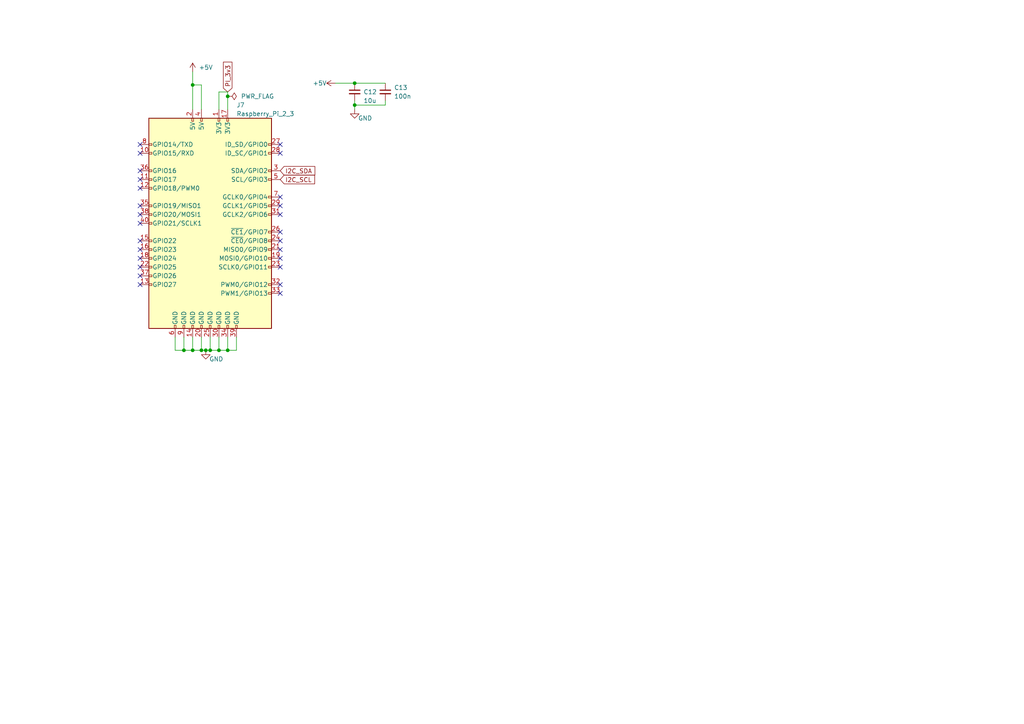
<source format=kicad_sch>
(kicad_sch (version 20211123) (generator eeschema)
  (paper "A4")
  (lib_symbols
    (symbol "Connector:Raspberry_Pi_2_3" (pin_names (offset 1.016))
      (property "Reference" "J" (at -17.78 31.75 0))
      (property "Value" "Raspberry_Pi_2_3" (at 10.16 -31.75 0))
      (symbol "Raspberry_Pi_2_3_0_1"
        (rectangle (start -17.78 30.48) (end 17.78 -30.48) (stroke (width 0.254)) (fill (type background)))
      )
      (symbol "Raspberry_Pi_2_3_1_1"
        (rectangle (start -16.891 -17.526) (end -17.78 -18.034))
        (rectangle (start -16.891 -14.986) (end -17.78 -15.494))
        (rectangle (start -16.891 -12.446) (end -17.78 -12.954))
        (rectangle (start -16.891 -9.906) (end -17.78 -10.414))
        (rectangle (start -16.891 -7.366) (end -17.78 -7.874))
        (rectangle (start -16.891 -4.826) (end -17.78 -5.334))
        (rectangle (start -16.891 0.254) (end -17.78 -0.254))
        (rectangle (start -16.891 2.794) (end -17.78 2.286))
        (rectangle (start -16.891 5.334) (end -17.78 4.826))
        (rectangle (start -16.891 10.414) (end -17.78 9.906))
        (rectangle (start -16.891 12.954) (end -17.78 12.446))
        (rectangle (start -16.891 15.494) (end -17.78 14.986))
        (rectangle (start -16.891 20.574) (end -17.78 20.066))
        (rectangle (start -16.891 23.114) (end -17.78 22.606))
        (rectangle (start -10.414 -29.591) (end -9.906 -30.48))
        (rectangle (start -7.874 -29.591) (end -7.366 -30.48))
        (rectangle (start -5.334 -29.591) (end -4.826 -30.48))
        (rectangle (start -5.334 30.48) (end -4.826 29.591))
        (rectangle (start -2.794 -29.591) (end -2.286 -30.48))
        (rectangle (start -2.794 30.48) (end -2.286 29.591))
        (rectangle (start -0.254 -29.591) (end 0.254 -30.48))
        (rectangle (start 2.286 -29.591) (end 2.794 -30.48))
        (rectangle (start 2.286 30.48) (end 2.794 29.591))
        (rectangle (start 4.826 -29.591) (end 5.334 -30.48))
        (rectangle (start 4.826 30.48) (end 5.334 29.591))
        (rectangle (start 7.366 -29.591) (end 7.874 -30.48))
        (rectangle (start 17.78 -20.066) (end 16.891 -20.574))
        (rectangle (start 17.78 -17.526) (end 16.891 -18.034))
        (rectangle (start 17.78 -12.446) (end 16.891 -12.954))
        (rectangle (start 17.78 -9.906) (end 16.891 -10.414))
        (rectangle (start 17.78 -7.366) (end 16.891 -7.874))
        (rectangle (start 17.78 -4.826) (end 16.891 -5.334))
        (rectangle (start 17.78 -2.286) (end 16.891 -2.794))
        (rectangle (start 17.78 2.794) (end 16.891 2.286))
        (rectangle (start 17.78 5.334) (end 16.891 4.826))
        (rectangle (start 17.78 7.874) (end 16.891 7.366))
        (rectangle (start 17.78 12.954) (end 16.891 12.446))
        (rectangle (start 17.78 15.494) (end 16.891 14.986))
        (rectangle (start 17.78 20.574) (end 16.891 20.066))
        (rectangle (start 17.78 23.114) (end 16.891 22.606))
        (pin power_in line (at 2.54 33.02 270) (length 2.54) (name "3V3") (number "1"))
        (pin bidirectional line (at -20.32 20.32 0) (length 2.54) (name "GPIO15/RXD") (number "10"))
        (pin bidirectional line (at -20.32 12.7 0) (length 2.54) (name "GPIO17") (number "11"))
        (pin bidirectional line (at -20.32 10.16 0) (length 2.54) (name "GPIO18/PWM0") (number "12"))
        (pin bidirectional line (at -20.32 -17.78 0) (length 2.54) (name "GPIO27") (number "13"))
        (pin power_in line (at -5.08 -33.02 90) (length 2.54) (name "GND") (number "14"))
        (pin bidirectional line (at -20.32 -5.08 0) (length 2.54) (name "GPIO22") (number "15"))
        (pin bidirectional line (at -20.32 -7.62 0) (length 2.54) (name "GPIO23") (number "16"))
        (pin power_in line (at 5.08 33.02 270) (length 2.54) (name "3V3") (number "17"))
        (pin bidirectional line (at -20.32 -10.16 0) (length 2.54) (name "GPIO24") (number "18"))
        (pin bidirectional line (at 20.32 -10.16 180) (length 2.54) (name "MOSI0/GPIO10") (number "19"))
        (pin power_in line (at -5.08 33.02 270) (length 2.54) (name "5V") (number "2"))
        (pin power_in line (at -2.54 -33.02 90) (length 2.54) (name "GND") (number "20"))
        (pin bidirectional line (at 20.32 -7.62 180) (length 2.54) (name "MISO0/GPIO9") (number "21"))
        (pin bidirectional line (at -20.32 -12.7 0) (length 2.54) (name "GPIO25") (number "22"))
        (pin bidirectional line (at 20.32 -12.7 180) (length 2.54) (name "SCLK0/GPIO11") (number "23"))
        (pin bidirectional line (at 20.32 -5.08 180) (length 2.54) (name "~{CE0}/GPIO8") (number "24"))
        (pin power_in line (at 0 -33.02 90) (length 2.54) (name "GND") (number "25"))
        (pin bidirectional line (at 20.32 -2.54 180) (length 2.54) (name "~{CE1}/GPIO7") (number "26"))
        (pin bidirectional line (at 20.32 22.86 180) (length 2.54) (name "ID_SD/GPIO0") (number "27"))
        (pin bidirectional line (at 20.32 20.32 180) (length 2.54) (name "ID_SC/GPIO1") (number "28"))
        (pin bidirectional line (at 20.32 5.08 180) (length 2.54) (name "GCLK1/GPIO5") (number "29"))
        (pin bidirectional line (at 20.32 15.24 180) (length 2.54) (name "SDA/GPIO2") (number "3"))
        (pin power_in line (at 2.54 -33.02 90) (length 2.54) (name "GND") (number "30"))
        (pin bidirectional line (at 20.32 2.54 180) (length 2.54) (name "GCLK2/GPIO6") (number "31"))
        (pin bidirectional line (at 20.32 -17.78 180) (length 2.54) (name "PWM0/GPIO12") (number "32"))
        (pin bidirectional line (at 20.32 -20.32 180) (length 2.54) (name "PWM1/GPIO13") (number "33"))
        (pin power_in line (at 5.08 -33.02 90) (length 2.54) (name "GND") (number "34"))
        (pin bidirectional line (at -20.32 5.08 0) (length 2.54) (name "GPIO19/MISO1") (number "35"))
        (pin bidirectional line (at -20.32 15.24 0) (length 2.54) (name "GPIO16") (number "36"))
        (pin bidirectional line (at -20.32 -15.24 0) (length 2.54) (name "GPIO26") (number "37"))
        (pin bidirectional line (at -20.32 2.54 0) (length 2.54) (name "GPIO20/MOSI1") (number "38"))
        (pin power_in line (at 7.62 -33.02 90) (length 2.54) (name "GND") (number "39"))
        (pin power_in line (at -2.54 33.02 270) (length 2.54) (name "5V") (number "4"))
        (pin bidirectional line (at -20.32 0 0) (length 2.54) (name "GPIO21/SCLK1") (number "40"))
        (pin bidirectional line (at 20.32 12.7 180) (length 2.54) (name "SCL/GPIO3") (number "5"))
        (pin power_in line (at -10.16 -33.02 90) (length 2.54) (name "GND") (number "6"))
        (pin bidirectional line (at 20.32 7.62 180) (length 2.54) (name "GCLK0/GPIO4") (number "7"))
        (pin bidirectional line (at -20.32 22.86 0) (length 2.54) (name "GPIO14/TXD") (number "8"))
        (pin power_in line (at -7.62 -33.02 90) (length 2.54) (name "GND") (number "9"))
      )
    )
    (symbol "Device:C_Small" (pin_numbers hide) (pin_names (offset 0.254) hide)
      (property "Reference" "C" (at 0.254 1.778 0))
      (property "Value" "C_Small" (at 0.254 -2.032 0))
      (symbol "C_Small_0_1"
        (polyline (pts (xy -1.524 -0.508) (xy 1.524 -0.508)) (stroke (width 0.3302)))
        (polyline (pts (xy -1.524 0.508) (xy 1.524 0.508)) (stroke (width 0.3048)))
      )
      (symbol "C_Small_1_1"
        (pin passive line (at 0 2.54 270) (length 2.032) (name "~") (number "1"))
        (pin passive line (at 0 -2.54 90) (length 2.032) (name "~") (number "2"))
      )
    )
    (symbol "power:+5V" (power) (pin_names (offset 0))
      (property "Value" "+5V" (at 0 3.556 0))
      (symbol "+5V_0_1"
        (polyline (pts (xy -0.762 1.27) (xy 0 2.54)))
        (polyline (pts (xy 0 0) (xy 0 2.54)))
        (polyline (pts (xy 0 2.54) (xy 0.762 1.27)))
      )
      (symbol "+5V_1_1"
        (pin power_in line (at 0 0 90) (length 0) hide (name "+5V") (number "1"))
      )
    )
    (symbol "power:GND" (power) (pin_names (offset 0))
      (property "Value" "GND" (at 0 -3.81 0))
      (symbol "GND_0_1"
        (polyline (pts (xy 0 0) (xy 0 -1.27) (xy 1.27 -1.27) (xy 0 -2.54) (xy -1.27 -1.27) (xy 0 -1.27)))
      )
      (symbol "GND_1_1"
        (pin power_in line (at 0 0 270) (length 0) hide (name "GND") (number "1"))
      )
    )
    (symbol "power:PWR_FLAG" (power) (pin_numbers hide) (pin_names (offset 0) hide)
      (property "Value" "PWR_FLAG" (at 0 3.81 0))
      (symbol "PWR_FLAG_0_0"
        (pin power_out line (at 0 0 90) (length 0) (name "pwr") (number "1"))
      )
      (symbol "PWR_FLAG_0_1"
        (polyline (pts (xy 0 0) (xy 0 1.27) (xy -1.016 1.905) (xy 0 2.54) (xy 1.016 1.905) (xy 0 1.27)))
      )
    )
  )
  (junction (at 63.5 101.6))
  (junction (at 58.42 101.6))
  (junction (at 102.87 24.13))
  (junction (at 102.87 30.48))
  (junction (at 66.04 101.6))
  (junction (at 53.34 101.6))
  (junction (at 59.69 101.6))
  (junction (at 66.04 27.94))
  (junction (at 55.88 101.6))
  (junction (at 60.96 101.6))
  (junction (at 55.88 24.638))
  (no_connect (at 81.28 59.69))
  (no_connect (at 81.28 67.31))
  (no_connect (at 81.28 69.85))
  (no_connect (at 81.28 62.23))
  (no_connect (at 81.28 85.09))
  (no_connect (at 81.28 57.15))
  (no_connect (at 81.28 82.55))
  (no_connect (at 81.28 77.47))
  (no_connect (at 81.28 74.93))
  (no_connect (at 81.28 72.39))
  (no_connect (at 40.64 72.39))
  (no_connect (at 40.64 69.85))
  (no_connect (at 40.64 64.77))
  (no_connect (at 40.64 62.23))
  (no_connect (at 40.64 59.69))
  (no_connect (at 40.64 77.47))
  (no_connect (at 40.64 74.93))
  (no_connect (at 40.64 82.55))
  (no_connect (at 40.64 80.01))
  (no_connect (at 81.28 44.45))
  (no_connect (at 81.28 41.91))
  (no_connect (at 40.64 41.91))
  (no_connect (at 40.64 44.45))
  (no_connect (at 40.64 49.53))
  (no_connect (at 40.64 52.07))
  (no_connect (at 40.64 54.61))
  (wire (pts (xy 60.96 101.6) (xy 59.69 101.6)))
  (wire (pts (xy 66.04 26.67) (xy 66.04 27.94)))
  (wire (pts (xy 63.5 26.67) (xy 66.04 26.67)))
  (wire (pts (xy 55.88 24.638) (xy 55.88 31.75)))
  (wire (pts (xy 102.87 24.13) (xy 111.76 24.13)))
  (wire (pts (xy 55.88 97.79) (xy 55.88 101.6)))
  (wire (pts (xy 111.76 30.48) (xy 102.87 30.48)))
  (wire (pts (xy 58.42 97.79) (xy 58.42 101.6)))
  (wire (pts (xy 68.58 97.79) (xy 68.58 101.6)))
  (wire (pts (xy 55.88 101.6) (xy 58.42 101.6)))
  (wire (pts (xy 53.34 101.6) (xy 55.88 101.6)))
  (wire (pts (xy 111.76 29.21) (xy 111.76 30.48)))
  (wire (pts (xy 97.282 24.13) (xy 102.87 24.13)))
  (wire (pts (xy 66.04 101.6) (xy 63.5 101.6)))
  (wire (pts (xy 60.96 97.79) (xy 60.96 101.6)))
  (wire (pts (xy 50.8 97.79) (xy 50.8 101.6)))
  (wire (pts (xy 63.5 97.79) (xy 63.5 101.6)))
  (wire (pts (xy 63.5 101.6) (xy 60.96 101.6)))
  (wire (pts (xy 53.34 97.79) (xy 53.34 101.6)))
  (wire (pts (xy 66.04 97.79) (xy 66.04 101.6)))
  (wire (pts (xy 63.5 31.75) (xy 63.5 26.67)))
  (wire (pts (xy 58.42 31.75) (xy 58.42 24.638)))
  (wire (pts (xy 55.88 20.828) (xy 55.88 24.638)))
  (wire (pts (xy 102.87 29.21) (xy 102.87 30.48)))
  (wire (pts (xy 58.42 24.638) (xy 55.88 24.638)))
  (wire (pts (xy 68.58 101.6) (xy 66.04 101.6)))
  (wire (pts (xy 50.8 101.6) (xy 53.34 101.6)))
  (wire (pts (xy 66.04 27.94) (xy 66.04 31.75)))
  (wire (pts (xy 102.87 30.48) (xy 102.87 31.75)))
  (wire (pts (xy 58.42 101.6) (xy 59.69 101.6)))
  (global_label "I2C_SCL" (shape input) (at 81.28 52.07 0) (property "Intersheet References" "${INTERSHEET_REFS}" (effects hide)))
  (global_label "I2C_SDA" (shape input) (at 81.28 49.53 0) (property "Intersheet References" "${INTERSHEET_REFS}" (effects hide)))
  (global_label "PI_3v3" (shape input) (at 66.04 26.67 90) (property "Intersheet References" "${INTERSHEET_REFS}" (effects hide)))
  (symbol (lib_id "power:GND") (at 59.69 101.6 0) (unit 1)
    (property "Reference" "#PWR035" (effects hide))
    (property "Value" "GND" (at 64.77 104.14 0) (effects (justify right)))
  )
  (symbol (lib_id "power:PWR_FLAG") (at 66.04 27.94 270) (unit 1)
    (property "Reference" "#FLG03" (effects hide))
    (property "Value" "PWR_FLAG" (at 69.85 27.9399 90) (effects (justify left)))
  )
  (symbol (lib_id "power:GND") (at 102.87 31.75 0) (unit 1)
    (property "Reference" "#PWR037" (effects hide))
    (property "Value" "GND" (at 107.95 34.29 0) (effects (justify right)))
  )
  (symbol (lib_id "power:+5V") (at 55.88 20.828 0) (unit 1)
    (property "Reference" "#PWR034" (effects hide))
    (property "Value" "+5V" (at 57.658 19.5579 0) (effects (justify left)))
  )
  (symbol (lib_id "Device:C_Small") (at 111.76 26.67 0) (unit 1)
    (property "Reference" "C13" (at 114.3 25.4062 0) (effects (justify left)))
    (property "Value" "100n" (at 114.3 27.9462 0) (effects (justify left)))
    (property "Footprint" "Capacitor_SMD:C_0805_2012Metric" (effects hide))
    (property "LCSC" "C28233" (effects hide))
  )
  (symbol (lib_id "power:+5V") (at 97.282 24.13 90) (unit 1)
    (property "Reference" "#PWR036" (effects hide))
    (property "Value" "+5V" (at 90.678 24.13 90) (effects (justify right)))
  )
  (symbol (lib_id "Device:C_Small") (at 102.87 26.67 0) (unit 1)
    (property "Reference" "C12" (at 105.41 26.67 0) (effects (justify left)))
    (property "Value" "10u" (at 105.41 29.21 0) (effects (justify left)))
    (property "Footprint" "Capacitor_SMD:C_0805_2012Metric" (effects hide))
    (property "DigikeyPN" "445-FK26X7R1E106K-ND" (effects hide))
    (property "LCSC" "C15850" (effects hide))
  )
  (symbol (lib_id "Connector:Raspberry_Pi_2_3") (at 60.96 64.77 0) (unit 1)
    (property "Reference" "J7" (at 68.58 30.48 0) (effects (justify left)))
    (property "Value" "Raspberry_Pi_2_3" (at 68.58 33.02 0) (effects (justify left)))
    (property "Footprint" "Connector_PinSocket_2.54mm:PinSocket_2x20_P2.54mm_Vertical" (effects hide))
    (property "Datasheet" "https://www.raspberrypi.org/documentation/hardware/raspberrypi/schematics/rpi_SCH_3bplus_1p0_reduced.pdf" (effects hide))
    (property "LCSC" "DNP" (effects hide))
  )
)
</source>
